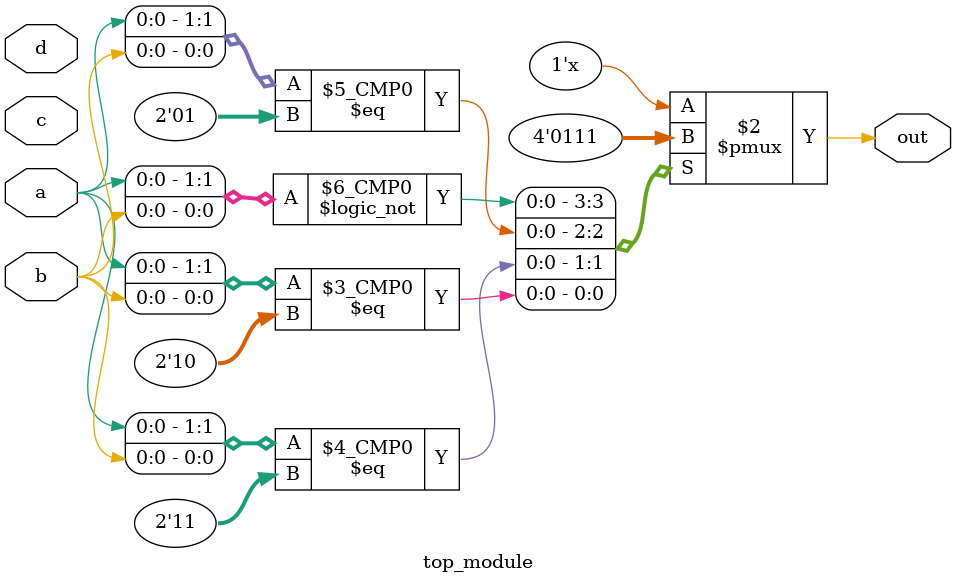
<source format=sv>
module top_module (
    input a, 
    input b,
    input c,
    input d,
    output reg out
);

always @(*) begin
    case ({a, b})
        2'b00: out = 1'b0;
        2'b01: out = 1'b1;
        2'b11: out = 1'b1;
        2'b10: out = 1'b1;
    endcase
end

endmodule

</source>
